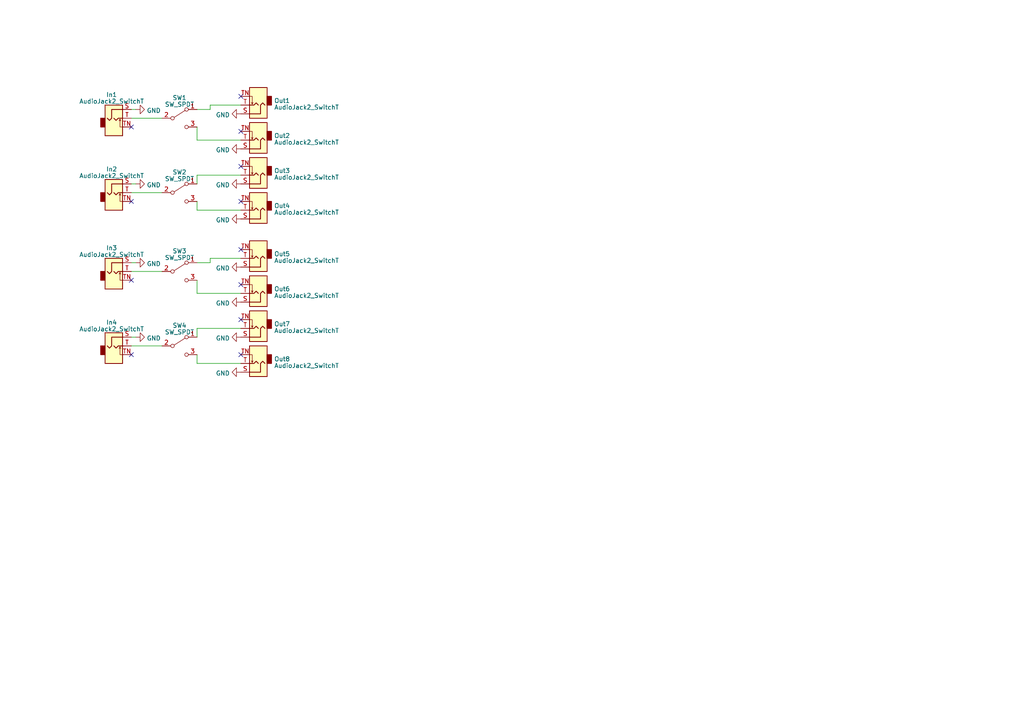
<source format=kicad_sch>
(kicad_sch (version 20230121) (generator eeschema)
  (paper "A4")
  (lib_symbols
    (symbol "Connector_Audio:AudioJack2_SwitchT"
      (property "Reference" "J" (at 0 8.89 0))
      (property "Value" "AudioJack2_SwitchT" (at 0 6.35 0))
      (symbol "AudioJack2_SwitchT_0_1"
        (rectangle (start -2.54 0) (end -3.81 -2.54) (stroke (width 0.254)) (fill (type outline)))
        (polyline (pts (xy 1.778 -0.254) (xy 2.032 -0.762)))
        (polyline (pts (xy 0 0) (xy 0.635 -0.635) (xy 1.27 0) (xy 2.54 0)) (stroke (width 0.254)))
        (polyline (pts (xy 2.54 -2.54) (xy 1.778 -2.54) (xy 1.778 -0.254) (xy 1.524 -0.762)))
        (polyline (pts (xy 2.54 2.54) (xy -0.635 2.54) (xy -0.635 0) (xy -1.27 -0.635) (xy -1.905 0)) (stroke (width 0.254)))
        (rectangle (start 2.54 3.81) (end -2.54 -5.08) (stroke (width 0.254)) (fill (type background)))
      )
      (symbol "AudioJack2_SwitchT_1_1"
        (pin passive line (at 5.08 2.54 180) (length 2.54) (name "~") (number "S"))
        (pin passive line (at 5.08 0 180) (length 2.54) (name "~") (number "T"))
        (pin passive line (at 5.08 -2.54 180) (length 2.54) (name "~") (number "TN"))
      )
    )
    (symbol "Switch:SW_SPDT" (pin_names (offset 0) hide)
      (property "Reference" "SW" (at 0 4.318 0))
      (property "Value" "SW_SPDT" (at 0 -5.08 0))
      (symbol "SW_SPDT_0_0"
        (circle (center -2.032 0) (radius 0.508))
        (circle (center 2.032 -2.54) (radius 0.508))
      )
      (symbol "SW_SPDT_0_1"
        (polyline (pts (xy -1.524 0.254) (xy 1.651 2.286)))
        (circle (center 2.032 2.54) (radius 0.508))
      )
      (symbol "SW_SPDT_1_1"
        (pin passive line (at 5.08 2.54 180) (length 2.54) (name "A") (number "1"))
        (pin passive line (at -5.08 0 0) (length 2.54) (name "B") (number "2"))
        (pin passive line (at 5.08 -2.54 180) (length 2.54) (name "C") (number "3"))
      )
    )
    (symbol "power:GND" (power) (pin_names (offset 0))
      (property "Value" "GND" (at 0 -3.81 0))
      (symbol "GND_0_1"
        (polyline (pts (xy 0 0) (xy 0 -1.27) (xy 1.27 -1.27) (xy 0 -2.54) (xy -1.27 -1.27) (xy 0 -1.27)))
      )
      (symbol "GND_1_1"
        (pin power_in line (at 0 0 270) (length 0) hide (name "GND") (number "1"))
      )
    )
  )
  (no_connect (at 69.85 92.71))
  (no_connect (at 38.1 102.87))
  (no_connect (at 69.85 58.42))
  (no_connect (at 69.85 27.94))
  (no_connect (at 69.85 102.87))
  (no_connect (at 69.85 82.55))
  (no_connect (at 38.1 36.83))
  (no_connect (at 38.1 81.28))
  (no_connect (at 69.85 38.1))
  (no_connect (at 69.85 48.26))
  (no_connect (at 69.85 72.39))
  (no_connect (at 38.1 58.42))
  (wire (pts (xy 38.1 34.29) (xy 46.99 34.29)))
  (wire (pts (xy 39.37 31.75) (xy 38.1 31.75)))
  (wire (pts (xy 60.96 76.2) (xy 60.96 74.93)))
  (wire (pts (xy 57.15 76.2) (xy 60.96 76.2)))
  (wire (pts (xy 69.85 105.41) (xy 57.15 105.41)))
  (wire (pts (xy 39.37 76.2) (xy 38.1 76.2)))
  (wire (pts (xy 57.15 105.41) (xy 57.15 102.87)))
  (wire (pts (xy 57.15 36.83) (xy 57.15 40.64)))
  (wire (pts (xy 57.15 50.8) (xy 69.85 50.8)))
  (wire (pts (xy 39.37 97.79) (xy 38.1 97.79)))
  (wire (pts (xy 57.15 85.09) (xy 69.85 85.09)))
  (wire (pts (xy 57.15 95.25) (xy 69.85 95.25)))
  (wire (pts (xy 57.15 40.64) (xy 69.85 40.64)))
  (wire (pts (xy 69.85 60.96) (xy 57.15 60.96)))
  (wire (pts (xy 38.1 78.74) (xy 46.99 78.74)))
  (wire (pts (xy 60.96 30.48) (xy 69.85 30.48)))
  (wire (pts (xy 60.96 74.93) (xy 69.85 74.93)))
  (wire (pts (xy 57.15 81.28) (xy 57.15 85.09)))
  (wire (pts (xy 57.15 31.75) (xy 60.96 31.75)))
  (wire (pts (xy 57.15 97.79) (xy 57.15 95.25)))
  (wire (pts (xy 39.37 53.34) (xy 38.1 53.34)))
  (wire (pts (xy 57.15 60.96) (xy 57.15 58.42)))
  (wire (pts (xy 38.1 55.88) (xy 46.99 55.88)))
  (wire (pts (xy 60.96 31.75) (xy 60.96 30.48)))
  (wire (pts (xy 57.15 53.34) (xy 57.15 50.8)))
  (wire (pts (xy 38.1 100.33) (xy 46.99 100.33)))
  (symbol (lib_id "Connector_Audio:AudioJack2_SwitchT") (at 74.93 60.96 180) (unit 1)
    (property "Reference" "Out4" (at 79.502 59.6813 0) (effects (justify right)))
    (property "Value" "AudioJack2_SwitchT" (at 79.502 61.6023 0) (effects (justify right)))
    (property "Footprint" "Connector_Audio:Jack_3.5mm_QingPu_WQP-PJ398SM_Vertical_CircularHoles" (effects hide))
  )
  (symbol (lib_id "power:GND") (at 69.85 97.79 270) (unit 1)
    (property "Reference" "#PWR011" (effects hide))
    (property "Value" "GND" (at 66.6751 98.1068 90) (effects (justify right)))
  )
  (symbol (lib_id "Switch:SW_SPDT") (at 52.07 78.74 0) (unit 1)
    (property "Reference" "SW3" (at 52.07 72.8091 0))
    (property "Value" "SW_SPDT" (at 52.07 74.7301 0))
    (property "Footprint" "1_Switch:SW_100SP3T1B1M2QEH" (effects hide))
  )
  (symbol (lib_id "Connector_Audio:AudioJack2_SwitchT") (at 33.02 78.74 0) (unit 1)
    (property "Reference" "In3" (at 32.385 71.9201 0))
    (property "Value" "AudioJack2_SwitchT" (at 32.385 73.8411 0))
    (property "Footprint" "Connector_Audio:Jack_3.5mm_QingPu_WQP-PJ398SM_Vertical_CircularHoles" (effects hide))
  )
  (symbol (lib_id "Connector_Audio:AudioJack2_SwitchT") (at 74.93 30.48 180) (unit 1)
    (property "Reference" "Out1" (at 79.502 29.2013 0) (effects (justify right)))
    (property "Value" "AudioJack2_SwitchT" (at 79.502 31.1223 0) (effects (justify right)))
    (property "Footprint" "Connector_Audio:Jack_3.5mm_QingPu_WQP-PJ398SM_Vertical_CircularHoles" (effects hide))
  )
  (symbol (lib_id "power:GND") (at 69.85 33.02 270) (unit 1)
    (property "Reference" "#PWR05" (effects hide))
    (property "Value" "GND" (at 66.6751 33.3368 90) (effects (justify right)))
  )
  (symbol (lib_id "Connector_Audio:AudioJack2_SwitchT") (at 33.02 55.88 0) (unit 1)
    (property "Reference" "In2" (at 32.385 49.0601 0))
    (property "Value" "AudioJack2_SwitchT" (at 32.385 50.9811 0))
    (property "Footprint" "Connector_Audio:Jack_3.5mm_QingPu_WQP-PJ398SM_Vertical_CircularHoles" (effects hide))
  )
  (symbol (lib_id "Connector_Audio:AudioJack2_SwitchT") (at 74.93 95.25 180) (unit 1)
    (property "Reference" "Out7" (at 79.502 93.9713 0) (effects (justify right)))
    (property "Value" "AudioJack2_SwitchT" (at 79.502 95.8923 0) (effects (justify right)))
    (property "Footprint" "Connector_Audio:Jack_3.5mm_QingPu_WQP-PJ398SM_Vertical_CircularHoles" (effects hide))
  )
  (symbol (lib_id "power:GND") (at 69.85 63.5 270) (unit 1)
    (property "Reference" "#PWR08" (effects hide))
    (property "Value" "GND" (at 66.6751 63.8168 90) (effects (justify right)))
  )
  (symbol (lib_id "Switch:SW_SPDT") (at 52.07 100.33 0) (unit 1)
    (property "Reference" "SW4" (at 52.07 94.3991 0))
    (property "Value" "SW_SPDT" (at 52.07 96.3201 0))
    (property "Footprint" "1_Switch:SW_100SP3T1B1M2QEH" (effects hide))
  )
  (symbol (lib_id "Connector_Audio:AudioJack2_SwitchT") (at 74.93 40.64 180) (unit 1)
    (property "Reference" "Out2" (at 79.502 39.3613 0) (effects (justify right)))
    (property "Value" "AudioJack2_SwitchT" (at 79.502 41.2823 0) (effects (justify right)))
    (property "Footprint" "Connector_Audio:Jack_3.5mm_QingPu_WQP-PJ398SM_Vertical_CircularHoles" (effects hide))
  )
  (symbol (lib_id "Connector_Audio:AudioJack2_SwitchT") (at 74.93 105.41 180) (unit 1)
    (property "Reference" "Out8" (at 79.502 104.1313 0) (effects (justify right)))
    (property "Value" "AudioJack2_SwitchT" (at 79.502 106.0523 0) (effects (justify right)))
    (property "Footprint" "Connector_Audio:Jack_3.5mm_QingPu_WQP-PJ398SM_Vertical_CircularHoles" (effects hide))
  )
  (symbol (lib_id "Connector_Audio:AudioJack2_SwitchT") (at 33.02 34.29 0) (unit 1)
    (property "Reference" "In1" (at 32.385 27.4701 0))
    (property "Value" "AudioJack2_SwitchT" (at 32.385 29.3911 0))
    (property "Footprint" "Connector_Audio:Jack_3.5mm_QingPu_WQP-PJ398SM_Vertical_CircularHoles" (effects hide))
  )
  (symbol (lib_id "power:GND") (at 69.85 77.47 270) (unit 1)
    (property "Reference" "#PWR09" (effects hide))
    (property "Value" "GND" (at 66.6751 77.7868 90) (effects (justify right)))
  )
  (symbol (lib_id "Connector_Audio:AudioJack2_SwitchT") (at 33.02 100.33 0) (unit 1)
    (property "Reference" "In4" (at 32.385 93.5101 0))
    (property "Value" "AudioJack2_SwitchT" (at 32.385 95.4311 0))
    (property "Footprint" "Connector_Audio:Jack_3.5mm_QingPu_WQP-PJ398SM_Vertical_CircularHoles" (effects hide))
  )
  (symbol (lib_id "power:GND") (at 39.37 97.79 90) (unit 1)
    (property "Reference" "#PWR04" (effects hide))
    (property "Value" "GND" (at 42.545 98.1068 90) (effects (justify right)))
  )
  (symbol (lib_id "power:GND") (at 39.37 53.34 90) (unit 1)
    (property "Reference" "#PWR02" (effects hide))
    (property "Value" "GND" (at 42.545 53.6568 90) (effects (justify right)))
  )
  (symbol (lib_id "Connector_Audio:AudioJack2_SwitchT") (at 74.93 85.09 180) (unit 1)
    (property "Reference" "Out6" (at 79.502 83.8113 0) (effects (justify right)))
    (property "Value" "AudioJack2_SwitchT" (at 79.502 85.7323 0) (effects (justify right)))
    (property "Footprint" "Connector_Audio:Jack_3.5mm_QingPu_WQP-PJ398SM_Vertical_CircularHoles" (effects hide))
  )
  (symbol (lib_id "power:GND") (at 69.85 87.63 270) (unit 1)
    (property "Reference" "#PWR010" (effects hide))
    (property "Value" "GND" (at 66.6751 87.9468 90) (effects (justify right)))
  )
  (symbol (lib_id "power:GND") (at 69.85 53.34 270) (unit 1)
    (property "Reference" "#PWR07" (effects hide))
    (property "Value" "GND" (at 66.6751 53.6568 90) (effects (justify right)))
  )
  (symbol (lib_id "power:GND") (at 69.85 107.95 270) (unit 1)
    (property "Reference" "#PWR012" (effects hide))
    (property "Value" "GND" (at 66.6751 108.2668 90) (effects (justify right)))
  )
  (symbol (lib_id "Switch:SW_SPDT") (at 52.07 55.88 0) (unit 1)
    (property "Reference" "SW2" (at 52.07 49.9491 0))
    (property "Value" "SW_SPDT" (at 52.07 51.8701 0))
    (property "Footprint" "1_Switch:SW_100SP3T1B1M2QEH" (effects hide))
  )
  (symbol (lib_id "Switch:SW_SPDT") (at 52.07 34.29 0) (unit 1)
    (property "Reference" "SW1" (at 52.07 28.3591 0))
    (property "Value" "SW_SPDT" (at 52.07 30.2801 0))
    (property "Footprint" "1_Switch:SW_100SP3T1B1M2QEH" (effects hide))
  )
  (symbol (lib_id "Connector_Audio:AudioJack2_SwitchT") (at 74.93 74.93 180) (unit 1)
    (property "Reference" "Out5" (at 79.502 73.6513 0) (effects (justify right)))
    (property "Value" "AudioJack2_SwitchT" (at 79.502 75.5723 0) (effects (justify right)))
    (property "Footprint" "Connector_Audio:Jack_3.5mm_QingPu_WQP-PJ398SM_Vertical_CircularHoles" (effects hide))
  )
  (symbol (lib_id "Connector_Audio:AudioJack2_SwitchT") (at 74.93 50.8 180) (unit 1)
    (property "Reference" "Out3" (at 79.502 49.5213 0) (effects (justify right)))
    (property "Value" "AudioJack2_SwitchT" (at 79.502 51.4423 0) (effects (justify right)))
    (property "Footprint" "Connector_Audio:Jack_3.5mm_QingPu_WQP-PJ398SM_Vertical_CircularHoles" (effects hide))
  )
  (symbol (lib_id "power:GND") (at 39.37 31.75 90) (unit 1)
    (property "Reference" "#PWR01" (effects hide))
    (property "Value" "GND" (at 42.545 32.0668 90) (effects (justify right)))
  )
  (symbol (lib_id "power:GND") (at 69.85 43.18 270) (unit 1)
    (property "Reference" "#PWR06" (effects hide))
    (property "Value" "GND" (at 66.6751 43.4968 90) (effects (justify right)))
  )
  (symbol (lib_id "power:GND") (at 39.37 76.2 90) (unit 1)
    (property "Reference" "#PWR03" (effects hide))
    (property "Value" "GND" (at 42.545 76.5168 90) (effects (justify right)))
  )
)
</source>
